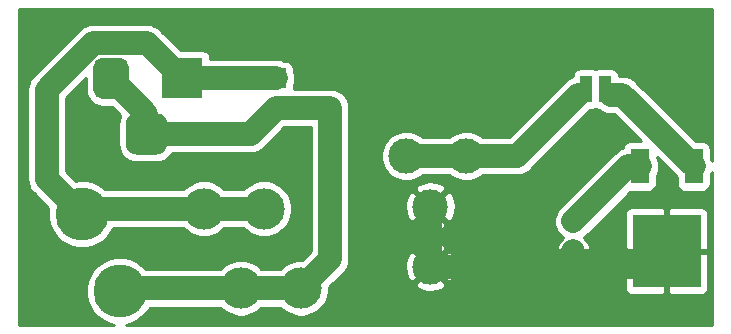
<source format=gbr>
%TF.GenerationSoftware,KiCad,Pcbnew,5.1.8-db9833491~87~ubuntu20.04.1*%
%TF.CreationDate,2020-11-29T22:55:04+09:00*%
%TF.ProjectId,Faston_and_Sun_LED-PCB,46617374-6f6e-45f6-916e-645f53756e5f,V1.0.1*%
%TF.SameCoordinates,Original*%
%TF.FileFunction,Copper,L1,Top*%
%TF.FilePolarity,Positive*%
%FSLAX46Y46*%
G04 Gerber Fmt 4.6, Leading zero omitted, Abs format (unit mm)*
G04 Created by KiCad (PCBNEW 5.1.8-db9833491~87~ubuntu20.04.1) date 2020-11-29 22:55:04*
%MOMM*%
%LPD*%
G01*
G04 APERTURE LIST*
%TA.AperFunction,ComponentPad*%
%ADD10C,3.000000*%
%TD*%
%TA.AperFunction,ComponentPad*%
%ADD11C,4.500000*%
%TD*%
%TA.AperFunction,ComponentPad*%
%ADD12C,3.500000*%
%TD*%
%TA.AperFunction,SMDPad,CuDef*%
%ADD13R,1.000000X2.270000*%
%TD*%
%TA.AperFunction,SMDPad,CuDef*%
%ADD14R,1.600000X3.000000*%
%TD*%
%TA.AperFunction,SMDPad,CuDef*%
%ADD15R,5.800000X6.200000*%
%TD*%
%TA.AperFunction,ComponentPad*%
%ADD16O,1.600000X1.600000*%
%TD*%
%TA.AperFunction,ComponentPad*%
%ADD17C,1.600000*%
%TD*%
%TA.AperFunction,ComponentPad*%
%ADD18O,1.700000X1.700000*%
%TD*%
%TA.AperFunction,ComponentPad*%
%ADD19R,1.700000X1.700000*%
%TD*%
%TA.AperFunction,ComponentPad*%
%ADD20R,3.500000X3.500000*%
%TD*%
%TA.AperFunction,Conductor*%
%ADD21C,2.000000*%
%TD*%
%TA.AperFunction,Conductor*%
%ADD22C,0.254000*%
%TD*%
%TA.AperFunction,Conductor*%
%ADD23C,0.100000*%
%TD*%
G04 APERTURE END LIST*
D10*
%TO.P,J4,2*%
%TO.N,GND*%
X148500000Y-96365000D03*
%TO.P,J4,1*%
X148500000Y-101445000D03*
%TD*%
%TO.P,J3,2*%
%TO.N,VCC*%
X151540000Y-92075000D03*
%TO.P,J3,1*%
X146460000Y-92075000D03*
%TD*%
D11*
%TO.P,J6,1*%
%TO.N,Net-(J1-Pad2)*%
X122200000Y-103500000D03*
%TD*%
%TO.P,J5,1*%
%TO.N,Net-(J1-Pad1)*%
X119000000Y-97000000D03*
%TD*%
D12*
%TO.P,J8,1*%
%TO.N,Net-(J1-Pad2)*%
X137540000Y-103275000D03*
X132460000Y-103275000D03*
%TD*%
%TO.P,J7,1*%
%TO.N,Net-(J1-Pad1)*%
X134400000Y-96520000D03*
X129320000Y-96520000D03*
%TD*%
D13*
%TO.P,D1,2*%
%TO.N,VCC*%
X161700000Y-86405000D03*
%TO.P,D1,1*%
%TO.N,Net-(D1-Pad1)*%
X163300000Y-86405000D03*
%TD*%
D14*
%TO.P,U1,3*%
%TO.N,Net-(R1-Pad1)*%
X166220520Y-92952110D03*
%TO.P,U1,1*%
%TO.N,Net-(D1-Pad1)*%
X170780520Y-92952110D03*
D15*
%TO.P,U1,4*%
%TO.N,GND*%
X168500519Y-100132110D03*
%TD*%
D16*
%TO.P,R1,2*%
%TO.N,GND*%
X160615000Y-100140000D03*
D17*
%TO.P,R1,1*%
%TO.N,Net-(R1-Pad1)*%
X160615000Y-97600000D03*
%TD*%
D18*
%TO.P,J2,2*%
%TO.N,Net-(J1-Pad2)*%
X135430000Y-88035000D03*
D19*
%TO.P,J2,1*%
%TO.N,Net-(J1-Pad1)*%
X135430000Y-85495000D03*
%TD*%
%TO.P,J1,3*%
%TO.N,Net-(J1-Pad2)*%
%TA.AperFunction,ComponentPad*%
G36*
G01*
X122710000Y-91070000D02*
X122710000Y-89320000D01*
G75*
G02*
X123585000Y-88445000I875000J0D01*
G01*
X125335000Y-88445000D01*
G75*
G02*
X126210000Y-89320000I0J-875000D01*
G01*
X126210000Y-91070000D01*
G75*
G02*
X125335000Y-91945000I-875000J0D01*
G01*
X123585000Y-91945000D01*
G75*
G02*
X122710000Y-91070000I0J875000D01*
G01*
G37*
%TD.AperFunction*%
%TO.P,J1,2*%
%TA.AperFunction,ComponentPad*%
G36*
G01*
X119960000Y-86495000D02*
X119960000Y-84495000D01*
G75*
G02*
X120710000Y-83745000I750000J0D01*
G01*
X122210000Y-83745000D01*
G75*
G02*
X122960000Y-84495000I0J-750000D01*
G01*
X122960000Y-86495000D01*
G75*
G02*
X122210000Y-87245000I-750000J0D01*
G01*
X120710000Y-87245000D01*
G75*
G02*
X119960000Y-86495000I0J750000D01*
G01*
G37*
%TD.AperFunction*%
D20*
%TO.P,J1,1*%
%TO.N,Net-(J1-Pad1)*%
X127460000Y-85495000D03*
%TD*%
D21*
%TO.N,VCC*%
X146460000Y-92075000D02*
X151540000Y-92075000D01*
X151540000Y-92075000D02*
X155830000Y-92075000D01*
X155830000Y-92075000D02*
X161000000Y-86905000D01*
%TO.N,Net-(D1-Pad1)*%
X170780520Y-92952110D02*
X164733410Y-86905000D01*
X164733410Y-86905000D02*
X163800000Y-86905000D01*
%TO.N,Net-(J1-Pad2)*%
X133270000Y-90195000D02*
X124460000Y-90195000D01*
X135430000Y-88035000D02*
X133270000Y-90195000D01*
X124460000Y-88495000D02*
X121460000Y-85495000D01*
X124460000Y-90195000D02*
X124460000Y-88495000D01*
X135465000Y-88000000D02*
X135430000Y-88035000D01*
X140000000Y-88000000D02*
X135465000Y-88000000D01*
X140000000Y-100815000D02*
X140000000Y-88000000D01*
X137540000Y-103275000D02*
X140000000Y-100815000D01*
X137540000Y-103275000D02*
X132460000Y-103275000D01*
X122425000Y-103275000D02*
X122200000Y-103500000D01*
X132460000Y-103275000D02*
X122425000Y-103275000D01*
%TO.N,Net-(J1-Pad1)*%
X135430000Y-85495000D02*
X127460000Y-85495000D01*
X124509990Y-82544990D02*
X127460000Y-85495000D01*
X119902278Y-82544990D02*
X124509990Y-82544990D01*
X129320000Y-96520000D02*
X134400000Y-96520000D01*
X119480000Y-96520000D02*
X119000000Y-97000000D01*
X129320000Y-96520000D02*
X119480000Y-96520000D01*
X119000000Y-97000000D02*
X116000000Y-94000000D01*
X116000000Y-86447268D02*
X116000000Y-94000000D01*
X119902278Y-82544990D02*
X116000000Y-86447268D01*
%TO.N,GND*%
X148500000Y-96365000D02*
X148500000Y-101445000D01*
X167187629Y-101445000D02*
X168500519Y-100132110D01*
X160615000Y-101290000D02*
X160460000Y-101445000D01*
X160615000Y-100140000D02*
X160615000Y-101290000D01*
X160460000Y-101445000D02*
X167187629Y-101445000D01*
X148500000Y-101445000D02*
X160460000Y-101445000D01*
%TO.N,Net-(R1-Pad1)*%
X165262890Y-92952110D02*
X160615000Y-97600000D01*
X166220520Y-92952110D02*
X165262890Y-92952110D01*
%TD*%
D22*
%TO.N,GND*%
X172340000Y-92460627D02*
X172298372Y-92323395D01*
X172218592Y-92174138D01*
X172218592Y-91452110D01*
X172206332Y-91327628D01*
X172170022Y-91207930D01*
X172111057Y-91097616D01*
X172031705Y-91000925D01*
X171935014Y-90921573D01*
X171824700Y-90862608D01*
X171705002Y-90826298D01*
X171580520Y-90814038D01*
X170954687Y-90814038D01*
X165946335Y-85805687D01*
X165895124Y-85743286D01*
X165646162Y-85538969D01*
X165362125Y-85387148D01*
X165053926Y-85293657D01*
X164813732Y-85270000D01*
X164813729Y-85270000D01*
X164733410Y-85262089D01*
X164653091Y-85270000D01*
X164438072Y-85270000D01*
X164425812Y-85145518D01*
X164389502Y-85025820D01*
X164330537Y-84915506D01*
X164251185Y-84818815D01*
X164154494Y-84739463D01*
X164044180Y-84680498D01*
X163924482Y-84644188D01*
X163800000Y-84631928D01*
X162800000Y-84631928D01*
X162675518Y-84644188D01*
X162555820Y-84680498D01*
X162500000Y-84710335D01*
X162444180Y-84680498D01*
X162324482Y-84644188D01*
X162200000Y-84631928D01*
X161200000Y-84631928D01*
X161075518Y-84644188D01*
X160955820Y-84680498D01*
X160845506Y-84739463D01*
X160748815Y-84818815D01*
X160669463Y-84915506D01*
X160610498Y-85025820D01*
X160574188Y-85145518D01*
X160561928Y-85270000D01*
X160561928Y-85329318D01*
X160371285Y-85387149D01*
X160087247Y-85538970D01*
X159900676Y-85692085D01*
X155152762Y-90440000D01*
X152924346Y-90440000D01*
X152900983Y-90416637D01*
X152551302Y-90182988D01*
X152162756Y-90022047D01*
X151750279Y-89940000D01*
X151329721Y-89940000D01*
X150917244Y-90022047D01*
X150528698Y-90182988D01*
X150179017Y-90416637D01*
X150155654Y-90440000D01*
X147844346Y-90440000D01*
X147820983Y-90416637D01*
X147471302Y-90182988D01*
X147082756Y-90022047D01*
X146670279Y-89940000D01*
X146249721Y-89940000D01*
X145837244Y-90022047D01*
X145448698Y-90182988D01*
X145099017Y-90416637D01*
X144801637Y-90714017D01*
X144567988Y-91063698D01*
X144407047Y-91452244D01*
X144325000Y-91864721D01*
X144325000Y-92285279D01*
X144407047Y-92697756D01*
X144567988Y-93086302D01*
X144801637Y-93435983D01*
X145099017Y-93733363D01*
X145448698Y-93967012D01*
X145837244Y-94127953D01*
X146249721Y-94210000D01*
X146670279Y-94210000D01*
X147082756Y-94127953D01*
X147471302Y-93967012D01*
X147820983Y-93733363D01*
X147844346Y-93710000D01*
X150155654Y-93710000D01*
X150179017Y-93733363D01*
X150528698Y-93967012D01*
X150917244Y-94127953D01*
X151329721Y-94210000D01*
X151750279Y-94210000D01*
X152162756Y-94127953D01*
X152551302Y-93967012D01*
X152900983Y-93733363D01*
X152924346Y-93710000D01*
X155749681Y-93710000D01*
X155830000Y-93717911D01*
X155910319Y-93710000D01*
X155910322Y-93710000D01*
X156150516Y-93686343D01*
X156458715Y-93592852D01*
X156742752Y-93441031D01*
X156991714Y-93236714D01*
X157042925Y-93174313D01*
X162039167Y-88178072D01*
X162200000Y-88178072D01*
X162324482Y-88165812D01*
X162444180Y-88129502D01*
X162500000Y-88099665D01*
X162555820Y-88129502D01*
X162675518Y-88165812D01*
X162770428Y-88175159D01*
X162887248Y-88271031D01*
X163171285Y-88422852D01*
X163479484Y-88516343D01*
X163719678Y-88540000D01*
X164056172Y-88540000D01*
X166330210Y-90814038D01*
X165420520Y-90814038D01*
X165296038Y-90826298D01*
X165176340Y-90862608D01*
X165066026Y-90921573D01*
X164969335Y-91000925D01*
X164889983Y-91097616D01*
X164831018Y-91207930D01*
X164794708Y-91327628D01*
X164788827Y-91387345D01*
X164634175Y-91434258D01*
X164350138Y-91586079D01*
X164101176Y-91790396D01*
X164049970Y-91852791D01*
X159402085Y-96500677D01*
X159248970Y-96687248D01*
X159097148Y-96971286D01*
X159003658Y-97279484D01*
X158972089Y-97600000D01*
X159003658Y-97920516D01*
X159097148Y-98228714D01*
X159248970Y-98512752D01*
X159453287Y-98761713D01*
X159702248Y-98966030D01*
X159759389Y-98996572D01*
X159651586Y-99076481D01*
X159462615Y-99284869D01*
X159317930Y-99526119D01*
X159223091Y-99790960D01*
X159344376Y-100013000D01*
X160488000Y-100013000D01*
X160488000Y-99993000D01*
X160742000Y-99993000D01*
X160742000Y-100013000D01*
X161885624Y-100013000D01*
X162006909Y-99790960D01*
X161912070Y-99526119D01*
X161767385Y-99284869D01*
X161578414Y-99076481D01*
X161470611Y-98996572D01*
X161527752Y-98966030D01*
X161714323Y-98812915D01*
X163495128Y-97032110D01*
X164962447Y-97032110D01*
X164965519Y-99846360D01*
X165124269Y-100005110D01*
X168373519Y-100005110D01*
X168373519Y-96555860D01*
X168627519Y-96555860D01*
X168627519Y-100005110D01*
X171876769Y-100005110D01*
X172035519Y-99846360D01*
X172038591Y-97032110D01*
X172026331Y-96907628D01*
X171990021Y-96787930D01*
X171931056Y-96677616D01*
X171851704Y-96580925D01*
X171755013Y-96501573D01*
X171644699Y-96442608D01*
X171525001Y-96406298D01*
X171400519Y-96394038D01*
X168786269Y-96397110D01*
X168627519Y-96555860D01*
X168373519Y-96555860D01*
X168214769Y-96397110D01*
X165600519Y-96394038D01*
X165476037Y-96406298D01*
X165356339Y-96442608D01*
X165246025Y-96501573D01*
X165149334Y-96580925D01*
X165069982Y-96677616D01*
X165011017Y-96787930D01*
X164974707Y-96907628D01*
X164962447Y-97032110D01*
X163495128Y-97032110D01*
X165437057Y-95090182D01*
X167020520Y-95090182D01*
X167145002Y-95077922D01*
X167264700Y-95041612D01*
X167375014Y-94982647D01*
X167471705Y-94903295D01*
X167551057Y-94806604D01*
X167610022Y-94696290D01*
X167646332Y-94576592D01*
X167658592Y-94452110D01*
X167658592Y-93730083D01*
X167738372Y-93580825D01*
X167831863Y-93272626D01*
X167863431Y-92952110D01*
X167831863Y-92631594D01*
X167738372Y-92323395D01*
X167658592Y-92174137D01*
X167658592Y-92142421D01*
X169342448Y-93826277D01*
X169342448Y-94452110D01*
X169354708Y-94576592D01*
X169391018Y-94696290D01*
X169449983Y-94806604D01*
X169529335Y-94903295D01*
X169626026Y-94982647D01*
X169736340Y-95041612D01*
X169856038Y-95077922D01*
X169980520Y-95090182D01*
X171580520Y-95090182D01*
X171705002Y-95077922D01*
X171824700Y-95041612D01*
X171935014Y-94982647D01*
X172031705Y-94903295D01*
X172111057Y-94806604D01*
X172170022Y-94696290D01*
X172206332Y-94576592D01*
X172218592Y-94452110D01*
X172218592Y-93730081D01*
X172298372Y-93580824D01*
X172340001Y-93443592D01*
X172340001Y-106340000D01*
X122710378Y-106340000D01*
X123041523Y-106274131D01*
X123566560Y-106056654D01*
X124039080Y-105740926D01*
X124440926Y-105339080D01*
X124727628Y-104910000D01*
X130722101Y-104910000D01*
X130939651Y-105127550D01*
X131330279Y-105388560D01*
X131764321Y-105568346D01*
X132225098Y-105660000D01*
X132694902Y-105660000D01*
X133155679Y-105568346D01*
X133589721Y-105388560D01*
X133980349Y-105127550D01*
X134197899Y-104910000D01*
X135802101Y-104910000D01*
X136019651Y-105127550D01*
X136410279Y-105388560D01*
X136844321Y-105568346D01*
X137305098Y-105660000D01*
X137774902Y-105660000D01*
X138235679Y-105568346D01*
X138669721Y-105388560D01*
X139060349Y-105127550D01*
X139392550Y-104795349D01*
X139653560Y-104404721D01*
X139833346Y-103970679D01*
X139925000Y-103509902D01*
X139925000Y-103202238D01*
X140190585Y-102936653D01*
X147187952Y-102936653D01*
X147343962Y-103252214D01*
X147718745Y-103443020D01*
X148123551Y-103557044D01*
X148542824Y-103589902D01*
X148960451Y-103540334D01*
X149360383Y-103410243D01*
X149656038Y-103252214D01*
X149665977Y-103232110D01*
X164962447Y-103232110D01*
X164974707Y-103356592D01*
X165011017Y-103476290D01*
X165069982Y-103586604D01*
X165149334Y-103683295D01*
X165246025Y-103762647D01*
X165356339Y-103821612D01*
X165476037Y-103857922D01*
X165600519Y-103870182D01*
X168214769Y-103867110D01*
X168373519Y-103708360D01*
X168373519Y-100259110D01*
X168627519Y-100259110D01*
X168627519Y-103708360D01*
X168786269Y-103867110D01*
X171400519Y-103870182D01*
X171525001Y-103857922D01*
X171644699Y-103821612D01*
X171755013Y-103762647D01*
X171851704Y-103683295D01*
X171931056Y-103586604D01*
X171990021Y-103476290D01*
X172026331Y-103356592D01*
X172038591Y-103232110D01*
X172035519Y-100417860D01*
X171876769Y-100259110D01*
X168627519Y-100259110D01*
X168373519Y-100259110D01*
X165124269Y-100259110D01*
X164965519Y-100417860D01*
X164962447Y-103232110D01*
X149665977Y-103232110D01*
X149812048Y-102936653D01*
X148500000Y-101624605D01*
X147187952Y-102936653D01*
X140190585Y-102936653D01*
X141099320Y-102027919D01*
X141161714Y-101976714D01*
X141366031Y-101727752D01*
X141494275Y-101487824D01*
X146355098Y-101487824D01*
X146404666Y-101905451D01*
X146534757Y-102305383D01*
X146692786Y-102601038D01*
X147008347Y-102757048D01*
X148320395Y-101445000D01*
X148679605Y-101445000D01*
X149991653Y-102757048D01*
X150307214Y-102601038D01*
X150498020Y-102226255D01*
X150612044Y-101821449D01*
X150644902Y-101402176D01*
X150595334Y-100984549D01*
X150465243Y-100584617D01*
X150414157Y-100489040D01*
X159223091Y-100489040D01*
X159317930Y-100753881D01*
X159462615Y-100995131D01*
X159651586Y-101203519D01*
X159877580Y-101371037D01*
X160131913Y-101491246D01*
X160265961Y-101531904D01*
X160488000Y-101409915D01*
X160488000Y-100267000D01*
X160742000Y-100267000D01*
X160742000Y-101409915D01*
X160964039Y-101531904D01*
X161098087Y-101491246D01*
X161352420Y-101371037D01*
X161578414Y-101203519D01*
X161767385Y-100995131D01*
X161912070Y-100753881D01*
X162006909Y-100489040D01*
X161885624Y-100267000D01*
X160742000Y-100267000D01*
X160488000Y-100267000D01*
X159344376Y-100267000D01*
X159223091Y-100489040D01*
X150414157Y-100489040D01*
X150307214Y-100288962D01*
X149991653Y-100132952D01*
X148679605Y-101445000D01*
X148320395Y-101445000D01*
X147008347Y-100132952D01*
X146692786Y-100288962D01*
X146501980Y-100663745D01*
X146387956Y-101068551D01*
X146355098Y-101487824D01*
X141494275Y-101487824D01*
X141517852Y-101443715D01*
X141611343Y-101135516D01*
X141635000Y-100895322D01*
X141635000Y-100895320D01*
X141642911Y-100815001D01*
X141635000Y-100734681D01*
X141635000Y-99953347D01*
X147187952Y-99953347D01*
X148500000Y-101265395D01*
X149812048Y-99953347D01*
X149656038Y-99637786D01*
X149281255Y-99446980D01*
X148876449Y-99332956D01*
X148457176Y-99300098D01*
X148039549Y-99349666D01*
X147639617Y-99479757D01*
X147343962Y-99637786D01*
X147187952Y-99953347D01*
X141635000Y-99953347D01*
X141635000Y-97856653D01*
X147187952Y-97856653D01*
X147343962Y-98172214D01*
X147718745Y-98363020D01*
X148123551Y-98477044D01*
X148542824Y-98509902D01*
X148960451Y-98460334D01*
X149360383Y-98330243D01*
X149656038Y-98172214D01*
X149812048Y-97856653D01*
X148500000Y-96544605D01*
X147187952Y-97856653D01*
X141635000Y-97856653D01*
X141635000Y-96407824D01*
X146355098Y-96407824D01*
X146404666Y-96825451D01*
X146534757Y-97225383D01*
X146692786Y-97521038D01*
X147008347Y-97677048D01*
X148320395Y-96365000D01*
X148679605Y-96365000D01*
X149991653Y-97677048D01*
X150307214Y-97521038D01*
X150498020Y-97146255D01*
X150612044Y-96741449D01*
X150644902Y-96322176D01*
X150595334Y-95904549D01*
X150465243Y-95504617D01*
X150307214Y-95208962D01*
X149991653Y-95052952D01*
X148679605Y-96365000D01*
X148320395Y-96365000D01*
X147008347Y-95052952D01*
X146692786Y-95208962D01*
X146501980Y-95583745D01*
X146387956Y-95988551D01*
X146355098Y-96407824D01*
X141635000Y-96407824D01*
X141635000Y-94873347D01*
X147187952Y-94873347D01*
X148500000Y-96185395D01*
X149812048Y-94873347D01*
X149656038Y-94557786D01*
X149281255Y-94366980D01*
X148876449Y-94252956D01*
X148457176Y-94220098D01*
X148039549Y-94269666D01*
X147639617Y-94399757D01*
X147343962Y-94557786D01*
X147187952Y-94873347D01*
X141635000Y-94873347D01*
X141635000Y-88080322D01*
X141642911Y-88000000D01*
X141624523Y-87813298D01*
X141611343Y-87679484D01*
X141517852Y-87371285D01*
X141366031Y-87087248D01*
X141161714Y-86838286D01*
X140912752Y-86633969D01*
X140628715Y-86482148D01*
X140320516Y-86388657D01*
X140000000Y-86357089D01*
X139919678Y-86365000D01*
X136916102Y-86365000D01*
X136918072Y-86345000D01*
X136918072Y-86179429D01*
X136947852Y-86123715D01*
X137041343Y-85815516D01*
X137072911Y-85495000D01*
X137041343Y-85174484D01*
X136947852Y-84866285D01*
X136918072Y-84810571D01*
X136918072Y-84645000D01*
X136905812Y-84520518D01*
X136869502Y-84400820D01*
X136810537Y-84290506D01*
X136731185Y-84193815D01*
X136634494Y-84114463D01*
X136524180Y-84055498D01*
X136404482Y-84019188D01*
X136280000Y-84006928D01*
X136114429Y-84006928D01*
X136058715Y-83977148D01*
X135750516Y-83883657D01*
X135510322Y-83860000D01*
X129848072Y-83860000D01*
X129848072Y-83745000D01*
X129835812Y-83620518D01*
X129799502Y-83500820D01*
X129740537Y-83390506D01*
X129661185Y-83293815D01*
X129564494Y-83214463D01*
X129454180Y-83155498D01*
X129334482Y-83119188D01*
X129210000Y-83106928D01*
X127384167Y-83106928D01*
X125722915Y-81445677D01*
X125671704Y-81383276D01*
X125422742Y-81178959D01*
X125138705Y-81027138D01*
X124830506Y-80933647D01*
X124590312Y-80909990D01*
X124590309Y-80909990D01*
X124509990Y-80902079D01*
X124429671Y-80909990D01*
X119982597Y-80909990D01*
X119902277Y-80902079D01*
X119821958Y-80909990D01*
X119821956Y-80909990D01*
X119581762Y-80933647D01*
X119273563Y-81027138D01*
X118989526Y-81178959D01*
X118740564Y-81383276D01*
X118689358Y-81445671D01*
X114900687Y-85234343D01*
X114838286Y-85285554D01*
X114633969Y-85534517D01*
X114482148Y-85818554D01*
X114388657Y-86126753D01*
X114367162Y-86345000D01*
X114357089Y-86447268D01*
X114365000Y-86527588D01*
X114365001Y-93919671D01*
X114357089Y-94000000D01*
X114388658Y-94320516D01*
X114482148Y-94628714D01*
X114551827Y-94759074D01*
X114633970Y-94912752D01*
X114838287Y-95161714D01*
X114900682Y-95212920D01*
X116162884Y-96475123D01*
X116115000Y-96715852D01*
X116115000Y-97284148D01*
X116225869Y-97841523D01*
X116443346Y-98366560D01*
X116759074Y-98839080D01*
X117160920Y-99240926D01*
X117633440Y-99556654D01*
X118158477Y-99774131D01*
X118715852Y-99885000D01*
X119284148Y-99885000D01*
X119841523Y-99774131D01*
X120366560Y-99556654D01*
X120839080Y-99240926D01*
X121240926Y-98839080D01*
X121556654Y-98366560D01*
X121644285Y-98155000D01*
X127582101Y-98155000D01*
X127799651Y-98372550D01*
X128190279Y-98633560D01*
X128624321Y-98813346D01*
X129085098Y-98905000D01*
X129554902Y-98905000D01*
X130015679Y-98813346D01*
X130449721Y-98633560D01*
X130840349Y-98372550D01*
X131057899Y-98155000D01*
X132662101Y-98155000D01*
X132879651Y-98372550D01*
X133270279Y-98633560D01*
X133704321Y-98813346D01*
X134165098Y-98905000D01*
X134634902Y-98905000D01*
X135095679Y-98813346D01*
X135529721Y-98633560D01*
X135920349Y-98372550D01*
X136252550Y-98040349D01*
X136513560Y-97649721D01*
X136693346Y-97215679D01*
X136785000Y-96754902D01*
X136785000Y-96285098D01*
X136693346Y-95824321D01*
X136513560Y-95390279D01*
X136252550Y-94999651D01*
X135920349Y-94667450D01*
X135529721Y-94406440D01*
X135095679Y-94226654D01*
X134634902Y-94135000D01*
X134165098Y-94135000D01*
X133704321Y-94226654D01*
X133270279Y-94406440D01*
X132879651Y-94667450D01*
X132662101Y-94885000D01*
X131057899Y-94885000D01*
X130840349Y-94667450D01*
X130449721Y-94406440D01*
X130015679Y-94226654D01*
X129554902Y-94135000D01*
X129085098Y-94135000D01*
X128624321Y-94226654D01*
X128190279Y-94406440D01*
X127799651Y-94667450D01*
X127582101Y-94885000D01*
X120965006Y-94885000D01*
X120839080Y-94759074D01*
X120366560Y-94443346D01*
X119841523Y-94225869D01*
X119284148Y-94115000D01*
X118715852Y-94115000D01*
X118475123Y-94162884D01*
X117635000Y-93322762D01*
X117635000Y-87124506D01*
X119321928Y-85437579D01*
X119321928Y-86495000D01*
X119348599Y-86765799D01*
X119427589Y-87026192D01*
X119555860Y-87266171D01*
X119728485Y-87476515D01*
X119938829Y-87649140D01*
X120178808Y-87777411D01*
X120439201Y-87856401D01*
X120710000Y-87883072D01*
X121535833Y-87883072D01*
X122259078Y-88606318D01*
X122187104Y-88740972D01*
X122101001Y-89024814D01*
X122071928Y-89320000D01*
X122071928Y-91070000D01*
X122101001Y-91365186D01*
X122187104Y-91649028D01*
X122326927Y-91910618D01*
X122515097Y-92139903D01*
X122744382Y-92328073D01*
X123005972Y-92467896D01*
X123289814Y-92553999D01*
X123585000Y-92583072D01*
X125335000Y-92583072D01*
X125630186Y-92553999D01*
X125914028Y-92467896D01*
X126175618Y-92328073D01*
X126404903Y-92139903D01*
X126593073Y-91910618D01*
X126636164Y-91830000D01*
X133189681Y-91830000D01*
X133270000Y-91837911D01*
X133350319Y-91830000D01*
X133350322Y-91830000D01*
X133590516Y-91806343D01*
X133898715Y-91712852D01*
X134182752Y-91561031D01*
X134431714Y-91356714D01*
X134482925Y-91294313D01*
X136142239Y-89635000D01*
X138365001Y-89635000D01*
X138365000Y-100137761D01*
X137612762Y-100890000D01*
X137305098Y-100890000D01*
X136844321Y-100981654D01*
X136410279Y-101161440D01*
X136019651Y-101422450D01*
X135802101Y-101640000D01*
X134197899Y-101640000D01*
X133980349Y-101422450D01*
X133589721Y-101161440D01*
X133155679Y-100981654D01*
X132694902Y-100890000D01*
X132225098Y-100890000D01*
X131764321Y-100981654D01*
X131330279Y-101161440D01*
X130939651Y-101422450D01*
X130722101Y-101640000D01*
X124420006Y-101640000D01*
X124039080Y-101259074D01*
X123566560Y-100943346D01*
X123041523Y-100725869D01*
X122484148Y-100615000D01*
X121915852Y-100615000D01*
X121358477Y-100725869D01*
X120833440Y-100943346D01*
X120360920Y-101259074D01*
X119959074Y-101660920D01*
X119643346Y-102133440D01*
X119425869Y-102658477D01*
X119315000Y-103215852D01*
X119315000Y-103784148D01*
X119425869Y-104341523D01*
X119643346Y-104866560D01*
X119959074Y-105339080D01*
X120360920Y-105740926D01*
X120833440Y-106056654D01*
X121358477Y-106274131D01*
X121689622Y-106340000D01*
X113660000Y-106340000D01*
X113660000Y-79660000D01*
X172340000Y-79660000D01*
X172340000Y-92460627D01*
%TA.AperFunction,Conductor*%
D23*
G36*
X172340000Y-92460627D02*
G01*
X172298372Y-92323395D01*
X172218592Y-92174138D01*
X172218592Y-91452110D01*
X172206332Y-91327628D01*
X172170022Y-91207930D01*
X172111057Y-91097616D01*
X172031705Y-91000925D01*
X171935014Y-90921573D01*
X171824700Y-90862608D01*
X171705002Y-90826298D01*
X171580520Y-90814038D01*
X170954687Y-90814038D01*
X165946335Y-85805687D01*
X165895124Y-85743286D01*
X165646162Y-85538969D01*
X165362125Y-85387148D01*
X165053926Y-85293657D01*
X164813732Y-85270000D01*
X164813729Y-85270000D01*
X164733410Y-85262089D01*
X164653091Y-85270000D01*
X164438072Y-85270000D01*
X164425812Y-85145518D01*
X164389502Y-85025820D01*
X164330537Y-84915506D01*
X164251185Y-84818815D01*
X164154494Y-84739463D01*
X164044180Y-84680498D01*
X163924482Y-84644188D01*
X163800000Y-84631928D01*
X162800000Y-84631928D01*
X162675518Y-84644188D01*
X162555820Y-84680498D01*
X162500000Y-84710335D01*
X162444180Y-84680498D01*
X162324482Y-84644188D01*
X162200000Y-84631928D01*
X161200000Y-84631928D01*
X161075518Y-84644188D01*
X160955820Y-84680498D01*
X160845506Y-84739463D01*
X160748815Y-84818815D01*
X160669463Y-84915506D01*
X160610498Y-85025820D01*
X160574188Y-85145518D01*
X160561928Y-85270000D01*
X160561928Y-85329318D01*
X160371285Y-85387149D01*
X160087247Y-85538970D01*
X159900676Y-85692085D01*
X155152762Y-90440000D01*
X152924346Y-90440000D01*
X152900983Y-90416637D01*
X152551302Y-90182988D01*
X152162756Y-90022047D01*
X151750279Y-89940000D01*
X151329721Y-89940000D01*
X150917244Y-90022047D01*
X150528698Y-90182988D01*
X150179017Y-90416637D01*
X150155654Y-90440000D01*
X147844346Y-90440000D01*
X147820983Y-90416637D01*
X147471302Y-90182988D01*
X147082756Y-90022047D01*
X146670279Y-89940000D01*
X146249721Y-89940000D01*
X145837244Y-90022047D01*
X145448698Y-90182988D01*
X145099017Y-90416637D01*
X144801637Y-90714017D01*
X144567988Y-91063698D01*
X144407047Y-91452244D01*
X144325000Y-91864721D01*
X144325000Y-92285279D01*
X144407047Y-92697756D01*
X144567988Y-93086302D01*
X144801637Y-93435983D01*
X145099017Y-93733363D01*
X145448698Y-93967012D01*
X145837244Y-94127953D01*
X146249721Y-94210000D01*
X146670279Y-94210000D01*
X147082756Y-94127953D01*
X147471302Y-93967012D01*
X147820983Y-93733363D01*
X147844346Y-93710000D01*
X150155654Y-93710000D01*
X150179017Y-93733363D01*
X150528698Y-93967012D01*
X150917244Y-94127953D01*
X151329721Y-94210000D01*
X151750279Y-94210000D01*
X152162756Y-94127953D01*
X152551302Y-93967012D01*
X152900983Y-93733363D01*
X152924346Y-93710000D01*
X155749681Y-93710000D01*
X155830000Y-93717911D01*
X155910319Y-93710000D01*
X155910322Y-93710000D01*
X156150516Y-93686343D01*
X156458715Y-93592852D01*
X156742752Y-93441031D01*
X156991714Y-93236714D01*
X157042925Y-93174313D01*
X162039167Y-88178072D01*
X162200000Y-88178072D01*
X162324482Y-88165812D01*
X162444180Y-88129502D01*
X162500000Y-88099665D01*
X162555820Y-88129502D01*
X162675518Y-88165812D01*
X162770428Y-88175159D01*
X162887248Y-88271031D01*
X163171285Y-88422852D01*
X163479484Y-88516343D01*
X163719678Y-88540000D01*
X164056172Y-88540000D01*
X166330210Y-90814038D01*
X165420520Y-90814038D01*
X165296038Y-90826298D01*
X165176340Y-90862608D01*
X165066026Y-90921573D01*
X164969335Y-91000925D01*
X164889983Y-91097616D01*
X164831018Y-91207930D01*
X164794708Y-91327628D01*
X164788827Y-91387345D01*
X164634175Y-91434258D01*
X164350138Y-91586079D01*
X164101176Y-91790396D01*
X164049970Y-91852791D01*
X159402085Y-96500677D01*
X159248970Y-96687248D01*
X159097148Y-96971286D01*
X159003658Y-97279484D01*
X158972089Y-97600000D01*
X159003658Y-97920516D01*
X159097148Y-98228714D01*
X159248970Y-98512752D01*
X159453287Y-98761713D01*
X159702248Y-98966030D01*
X159759389Y-98996572D01*
X159651586Y-99076481D01*
X159462615Y-99284869D01*
X159317930Y-99526119D01*
X159223091Y-99790960D01*
X159344376Y-100013000D01*
X160488000Y-100013000D01*
X160488000Y-99993000D01*
X160742000Y-99993000D01*
X160742000Y-100013000D01*
X161885624Y-100013000D01*
X162006909Y-99790960D01*
X161912070Y-99526119D01*
X161767385Y-99284869D01*
X161578414Y-99076481D01*
X161470611Y-98996572D01*
X161527752Y-98966030D01*
X161714323Y-98812915D01*
X163495128Y-97032110D01*
X164962447Y-97032110D01*
X164965519Y-99846360D01*
X165124269Y-100005110D01*
X168373519Y-100005110D01*
X168373519Y-96555860D01*
X168627519Y-96555860D01*
X168627519Y-100005110D01*
X171876769Y-100005110D01*
X172035519Y-99846360D01*
X172038591Y-97032110D01*
X172026331Y-96907628D01*
X171990021Y-96787930D01*
X171931056Y-96677616D01*
X171851704Y-96580925D01*
X171755013Y-96501573D01*
X171644699Y-96442608D01*
X171525001Y-96406298D01*
X171400519Y-96394038D01*
X168786269Y-96397110D01*
X168627519Y-96555860D01*
X168373519Y-96555860D01*
X168214769Y-96397110D01*
X165600519Y-96394038D01*
X165476037Y-96406298D01*
X165356339Y-96442608D01*
X165246025Y-96501573D01*
X165149334Y-96580925D01*
X165069982Y-96677616D01*
X165011017Y-96787930D01*
X164974707Y-96907628D01*
X164962447Y-97032110D01*
X163495128Y-97032110D01*
X165437057Y-95090182D01*
X167020520Y-95090182D01*
X167145002Y-95077922D01*
X167264700Y-95041612D01*
X167375014Y-94982647D01*
X167471705Y-94903295D01*
X167551057Y-94806604D01*
X167610022Y-94696290D01*
X167646332Y-94576592D01*
X167658592Y-94452110D01*
X167658592Y-93730083D01*
X167738372Y-93580825D01*
X167831863Y-93272626D01*
X167863431Y-92952110D01*
X167831863Y-92631594D01*
X167738372Y-92323395D01*
X167658592Y-92174137D01*
X167658592Y-92142421D01*
X169342448Y-93826277D01*
X169342448Y-94452110D01*
X169354708Y-94576592D01*
X169391018Y-94696290D01*
X169449983Y-94806604D01*
X169529335Y-94903295D01*
X169626026Y-94982647D01*
X169736340Y-95041612D01*
X169856038Y-95077922D01*
X169980520Y-95090182D01*
X171580520Y-95090182D01*
X171705002Y-95077922D01*
X171824700Y-95041612D01*
X171935014Y-94982647D01*
X172031705Y-94903295D01*
X172111057Y-94806604D01*
X172170022Y-94696290D01*
X172206332Y-94576592D01*
X172218592Y-94452110D01*
X172218592Y-93730081D01*
X172298372Y-93580824D01*
X172340001Y-93443592D01*
X172340001Y-106340000D01*
X122710378Y-106340000D01*
X123041523Y-106274131D01*
X123566560Y-106056654D01*
X124039080Y-105740926D01*
X124440926Y-105339080D01*
X124727628Y-104910000D01*
X130722101Y-104910000D01*
X130939651Y-105127550D01*
X131330279Y-105388560D01*
X131764321Y-105568346D01*
X132225098Y-105660000D01*
X132694902Y-105660000D01*
X133155679Y-105568346D01*
X133589721Y-105388560D01*
X133980349Y-105127550D01*
X134197899Y-104910000D01*
X135802101Y-104910000D01*
X136019651Y-105127550D01*
X136410279Y-105388560D01*
X136844321Y-105568346D01*
X137305098Y-105660000D01*
X137774902Y-105660000D01*
X138235679Y-105568346D01*
X138669721Y-105388560D01*
X139060349Y-105127550D01*
X139392550Y-104795349D01*
X139653560Y-104404721D01*
X139833346Y-103970679D01*
X139925000Y-103509902D01*
X139925000Y-103202238D01*
X140190585Y-102936653D01*
X147187952Y-102936653D01*
X147343962Y-103252214D01*
X147718745Y-103443020D01*
X148123551Y-103557044D01*
X148542824Y-103589902D01*
X148960451Y-103540334D01*
X149360383Y-103410243D01*
X149656038Y-103252214D01*
X149665977Y-103232110D01*
X164962447Y-103232110D01*
X164974707Y-103356592D01*
X165011017Y-103476290D01*
X165069982Y-103586604D01*
X165149334Y-103683295D01*
X165246025Y-103762647D01*
X165356339Y-103821612D01*
X165476037Y-103857922D01*
X165600519Y-103870182D01*
X168214769Y-103867110D01*
X168373519Y-103708360D01*
X168373519Y-100259110D01*
X168627519Y-100259110D01*
X168627519Y-103708360D01*
X168786269Y-103867110D01*
X171400519Y-103870182D01*
X171525001Y-103857922D01*
X171644699Y-103821612D01*
X171755013Y-103762647D01*
X171851704Y-103683295D01*
X171931056Y-103586604D01*
X171990021Y-103476290D01*
X172026331Y-103356592D01*
X172038591Y-103232110D01*
X172035519Y-100417860D01*
X171876769Y-100259110D01*
X168627519Y-100259110D01*
X168373519Y-100259110D01*
X165124269Y-100259110D01*
X164965519Y-100417860D01*
X164962447Y-103232110D01*
X149665977Y-103232110D01*
X149812048Y-102936653D01*
X148500000Y-101624605D01*
X147187952Y-102936653D01*
X140190585Y-102936653D01*
X141099320Y-102027919D01*
X141161714Y-101976714D01*
X141366031Y-101727752D01*
X141494275Y-101487824D01*
X146355098Y-101487824D01*
X146404666Y-101905451D01*
X146534757Y-102305383D01*
X146692786Y-102601038D01*
X147008347Y-102757048D01*
X148320395Y-101445000D01*
X148679605Y-101445000D01*
X149991653Y-102757048D01*
X150307214Y-102601038D01*
X150498020Y-102226255D01*
X150612044Y-101821449D01*
X150644902Y-101402176D01*
X150595334Y-100984549D01*
X150465243Y-100584617D01*
X150414157Y-100489040D01*
X159223091Y-100489040D01*
X159317930Y-100753881D01*
X159462615Y-100995131D01*
X159651586Y-101203519D01*
X159877580Y-101371037D01*
X160131913Y-101491246D01*
X160265961Y-101531904D01*
X160488000Y-101409915D01*
X160488000Y-100267000D01*
X160742000Y-100267000D01*
X160742000Y-101409915D01*
X160964039Y-101531904D01*
X161098087Y-101491246D01*
X161352420Y-101371037D01*
X161578414Y-101203519D01*
X161767385Y-100995131D01*
X161912070Y-100753881D01*
X162006909Y-100489040D01*
X161885624Y-100267000D01*
X160742000Y-100267000D01*
X160488000Y-100267000D01*
X159344376Y-100267000D01*
X159223091Y-100489040D01*
X150414157Y-100489040D01*
X150307214Y-100288962D01*
X149991653Y-100132952D01*
X148679605Y-101445000D01*
X148320395Y-101445000D01*
X147008347Y-100132952D01*
X146692786Y-100288962D01*
X146501980Y-100663745D01*
X146387956Y-101068551D01*
X146355098Y-101487824D01*
X141494275Y-101487824D01*
X141517852Y-101443715D01*
X141611343Y-101135516D01*
X141635000Y-100895322D01*
X141635000Y-100895320D01*
X141642911Y-100815001D01*
X141635000Y-100734681D01*
X141635000Y-99953347D01*
X147187952Y-99953347D01*
X148500000Y-101265395D01*
X149812048Y-99953347D01*
X149656038Y-99637786D01*
X149281255Y-99446980D01*
X148876449Y-99332956D01*
X148457176Y-99300098D01*
X148039549Y-99349666D01*
X147639617Y-99479757D01*
X147343962Y-99637786D01*
X147187952Y-99953347D01*
X141635000Y-99953347D01*
X141635000Y-97856653D01*
X147187952Y-97856653D01*
X147343962Y-98172214D01*
X147718745Y-98363020D01*
X148123551Y-98477044D01*
X148542824Y-98509902D01*
X148960451Y-98460334D01*
X149360383Y-98330243D01*
X149656038Y-98172214D01*
X149812048Y-97856653D01*
X148500000Y-96544605D01*
X147187952Y-97856653D01*
X141635000Y-97856653D01*
X141635000Y-96407824D01*
X146355098Y-96407824D01*
X146404666Y-96825451D01*
X146534757Y-97225383D01*
X146692786Y-97521038D01*
X147008347Y-97677048D01*
X148320395Y-96365000D01*
X148679605Y-96365000D01*
X149991653Y-97677048D01*
X150307214Y-97521038D01*
X150498020Y-97146255D01*
X150612044Y-96741449D01*
X150644902Y-96322176D01*
X150595334Y-95904549D01*
X150465243Y-95504617D01*
X150307214Y-95208962D01*
X149991653Y-95052952D01*
X148679605Y-96365000D01*
X148320395Y-96365000D01*
X147008347Y-95052952D01*
X146692786Y-95208962D01*
X146501980Y-95583745D01*
X146387956Y-95988551D01*
X146355098Y-96407824D01*
X141635000Y-96407824D01*
X141635000Y-94873347D01*
X147187952Y-94873347D01*
X148500000Y-96185395D01*
X149812048Y-94873347D01*
X149656038Y-94557786D01*
X149281255Y-94366980D01*
X148876449Y-94252956D01*
X148457176Y-94220098D01*
X148039549Y-94269666D01*
X147639617Y-94399757D01*
X147343962Y-94557786D01*
X147187952Y-94873347D01*
X141635000Y-94873347D01*
X141635000Y-88080322D01*
X141642911Y-88000000D01*
X141624523Y-87813298D01*
X141611343Y-87679484D01*
X141517852Y-87371285D01*
X141366031Y-87087248D01*
X141161714Y-86838286D01*
X140912752Y-86633969D01*
X140628715Y-86482148D01*
X140320516Y-86388657D01*
X140000000Y-86357089D01*
X139919678Y-86365000D01*
X136916102Y-86365000D01*
X136918072Y-86345000D01*
X136918072Y-86179429D01*
X136947852Y-86123715D01*
X137041343Y-85815516D01*
X137072911Y-85495000D01*
X137041343Y-85174484D01*
X136947852Y-84866285D01*
X136918072Y-84810571D01*
X136918072Y-84645000D01*
X136905812Y-84520518D01*
X136869502Y-84400820D01*
X136810537Y-84290506D01*
X136731185Y-84193815D01*
X136634494Y-84114463D01*
X136524180Y-84055498D01*
X136404482Y-84019188D01*
X136280000Y-84006928D01*
X136114429Y-84006928D01*
X136058715Y-83977148D01*
X135750516Y-83883657D01*
X135510322Y-83860000D01*
X129848072Y-83860000D01*
X129848072Y-83745000D01*
X129835812Y-83620518D01*
X129799502Y-83500820D01*
X129740537Y-83390506D01*
X129661185Y-83293815D01*
X129564494Y-83214463D01*
X129454180Y-83155498D01*
X129334482Y-83119188D01*
X129210000Y-83106928D01*
X127384167Y-83106928D01*
X125722915Y-81445677D01*
X125671704Y-81383276D01*
X125422742Y-81178959D01*
X125138705Y-81027138D01*
X124830506Y-80933647D01*
X124590312Y-80909990D01*
X124590309Y-80909990D01*
X124509990Y-80902079D01*
X124429671Y-80909990D01*
X119982597Y-80909990D01*
X119902277Y-80902079D01*
X119821958Y-80909990D01*
X119821956Y-80909990D01*
X119581762Y-80933647D01*
X119273563Y-81027138D01*
X118989526Y-81178959D01*
X118740564Y-81383276D01*
X118689358Y-81445671D01*
X114900687Y-85234343D01*
X114838286Y-85285554D01*
X114633969Y-85534517D01*
X114482148Y-85818554D01*
X114388657Y-86126753D01*
X114367162Y-86345000D01*
X114357089Y-86447268D01*
X114365000Y-86527588D01*
X114365001Y-93919671D01*
X114357089Y-94000000D01*
X114388658Y-94320516D01*
X114482148Y-94628714D01*
X114551827Y-94759074D01*
X114633970Y-94912752D01*
X114838287Y-95161714D01*
X114900682Y-95212920D01*
X116162884Y-96475123D01*
X116115000Y-96715852D01*
X116115000Y-97284148D01*
X116225869Y-97841523D01*
X116443346Y-98366560D01*
X116759074Y-98839080D01*
X117160920Y-99240926D01*
X117633440Y-99556654D01*
X118158477Y-99774131D01*
X118715852Y-99885000D01*
X119284148Y-99885000D01*
X119841523Y-99774131D01*
X120366560Y-99556654D01*
X120839080Y-99240926D01*
X121240926Y-98839080D01*
X121556654Y-98366560D01*
X121644285Y-98155000D01*
X127582101Y-98155000D01*
X127799651Y-98372550D01*
X128190279Y-98633560D01*
X128624321Y-98813346D01*
X129085098Y-98905000D01*
X129554902Y-98905000D01*
X130015679Y-98813346D01*
X130449721Y-98633560D01*
X130840349Y-98372550D01*
X131057899Y-98155000D01*
X132662101Y-98155000D01*
X132879651Y-98372550D01*
X133270279Y-98633560D01*
X133704321Y-98813346D01*
X134165098Y-98905000D01*
X134634902Y-98905000D01*
X135095679Y-98813346D01*
X135529721Y-98633560D01*
X135920349Y-98372550D01*
X136252550Y-98040349D01*
X136513560Y-97649721D01*
X136693346Y-97215679D01*
X136785000Y-96754902D01*
X136785000Y-96285098D01*
X136693346Y-95824321D01*
X136513560Y-95390279D01*
X136252550Y-94999651D01*
X135920349Y-94667450D01*
X135529721Y-94406440D01*
X135095679Y-94226654D01*
X134634902Y-94135000D01*
X134165098Y-94135000D01*
X133704321Y-94226654D01*
X133270279Y-94406440D01*
X132879651Y-94667450D01*
X132662101Y-94885000D01*
X131057899Y-94885000D01*
X130840349Y-94667450D01*
X130449721Y-94406440D01*
X130015679Y-94226654D01*
X129554902Y-94135000D01*
X129085098Y-94135000D01*
X128624321Y-94226654D01*
X128190279Y-94406440D01*
X127799651Y-94667450D01*
X127582101Y-94885000D01*
X120965006Y-94885000D01*
X120839080Y-94759074D01*
X120366560Y-94443346D01*
X119841523Y-94225869D01*
X119284148Y-94115000D01*
X118715852Y-94115000D01*
X118475123Y-94162884D01*
X117635000Y-93322762D01*
X117635000Y-87124506D01*
X119321928Y-85437579D01*
X119321928Y-86495000D01*
X119348599Y-86765799D01*
X119427589Y-87026192D01*
X119555860Y-87266171D01*
X119728485Y-87476515D01*
X119938829Y-87649140D01*
X120178808Y-87777411D01*
X120439201Y-87856401D01*
X120710000Y-87883072D01*
X121535833Y-87883072D01*
X122259078Y-88606318D01*
X122187104Y-88740972D01*
X122101001Y-89024814D01*
X122071928Y-89320000D01*
X122071928Y-91070000D01*
X122101001Y-91365186D01*
X122187104Y-91649028D01*
X122326927Y-91910618D01*
X122515097Y-92139903D01*
X122744382Y-92328073D01*
X123005972Y-92467896D01*
X123289814Y-92553999D01*
X123585000Y-92583072D01*
X125335000Y-92583072D01*
X125630186Y-92553999D01*
X125914028Y-92467896D01*
X126175618Y-92328073D01*
X126404903Y-92139903D01*
X126593073Y-91910618D01*
X126636164Y-91830000D01*
X133189681Y-91830000D01*
X133270000Y-91837911D01*
X133350319Y-91830000D01*
X133350322Y-91830000D01*
X133590516Y-91806343D01*
X133898715Y-91712852D01*
X134182752Y-91561031D01*
X134431714Y-91356714D01*
X134482925Y-91294313D01*
X136142239Y-89635000D01*
X138365001Y-89635000D01*
X138365000Y-100137761D01*
X137612762Y-100890000D01*
X137305098Y-100890000D01*
X136844321Y-100981654D01*
X136410279Y-101161440D01*
X136019651Y-101422450D01*
X135802101Y-101640000D01*
X134197899Y-101640000D01*
X133980349Y-101422450D01*
X133589721Y-101161440D01*
X133155679Y-100981654D01*
X132694902Y-100890000D01*
X132225098Y-100890000D01*
X131764321Y-100981654D01*
X131330279Y-101161440D01*
X130939651Y-101422450D01*
X130722101Y-101640000D01*
X124420006Y-101640000D01*
X124039080Y-101259074D01*
X123566560Y-100943346D01*
X123041523Y-100725869D01*
X122484148Y-100615000D01*
X121915852Y-100615000D01*
X121358477Y-100725869D01*
X120833440Y-100943346D01*
X120360920Y-101259074D01*
X119959074Y-101660920D01*
X119643346Y-102133440D01*
X119425869Y-102658477D01*
X119315000Y-103215852D01*
X119315000Y-103784148D01*
X119425869Y-104341523D01*
X119643346Y-104866560D01*
X119959074Y-105339080D01*
X120360920Y-105740926D01*
X120833440Y-106056654D01*
X121358477Y-106274131D01*
X121689622Y-106340000D01*
X113660000Y-106340000D01*
X113660000Y-79660000D01*
X172340000Y-79660000D01*
X172340000Y-92460627D01*
G37*
%TD.AperFunction*%
%TD*%
M02*

</source>
